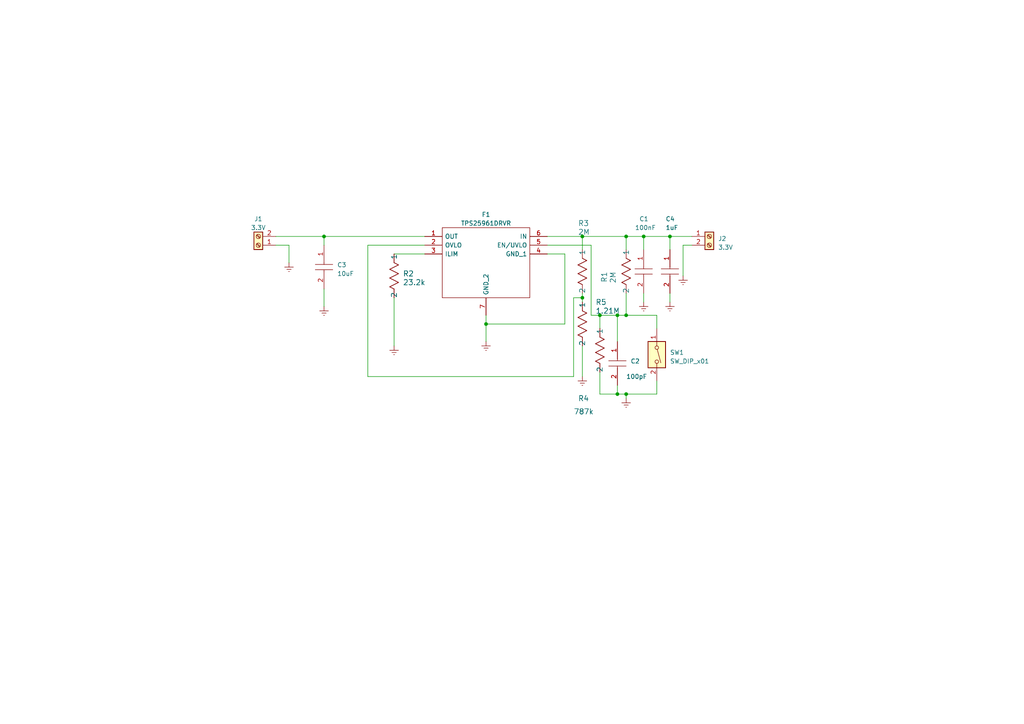
<source format=kicad_sch>
(kicad_sch (version 20221206) (generator eeschema)
  (paper "A4")
  (lib_symbols
    (symbol "0805YC106KAT2A:0805YC106KAT2A" (pin_names (offset 0.762))
      (property "Reference" "C" (at 8.89 6.35 0))
      (property "Value" "0805YC106KAT2A" (at 8.89 3.81 0))
      (symbol "0805YC106KAT2A_0_0"
        (pin passive line (at 0 0 0) (length 5.08) (name "~") (number "1"))
        (pin passive line (at 12.7 0 180) (length 5.08) (name "~") (number "2"))
      )
      (symbol "0805YC106KAT2A_0_1"
        (polyline (pts (xy 5.08 0) (xy 5.588 0)) (stroke (width 0.1524)))
        (polyline (pts (xy 5.588 2.54) (xy 5.588 -2.54)) (stroke (width 0.1524)))
        (polyline (pts (xy 7.112 0) (xy 7.62 0)) (stroke (width 0.1524)))
        (polyline (pts (xy 7.112 2.54) (xy 7.112 -2.54)) (stroke (width 0.1524)))
      )
    )
    (symbol "2023-02-18_05-38-06:RC0603FR-072ML" (pin_numbers hide) (pin_names (offset -2.54))
      (property "Reference" "R" (at 5.715 3.81 0))
      (property "Value" "RC0603FR-072ML" (at 6.35 -6.985 0))
      (symbol "RC0603FR-072ML_1_1"
        (polyline (pts (xy 2.54 0) (xy 3.175 1.27)) (stroke (width 0.2032)))
        (polyline (pts (xy 3.175 1.27) (xy 4.445 -1.27)) (stroke (width 0.2032)))
        (polyline (pts (xy 4.445 -1.27) (xy 5.715 1.27)) (stroke (width 0.2032)))
        (polyline (pts (xy 5.715 1.27) (xy 6.985 -1.27)) (stroke (width 0.2032)))
        (polyline (pts (xy 6.985 -1.27) (xy 8.255 1.27)) (stroke (width 0.2032)))
        (polyline (pts (xy 8.255 1.27) (xy 9.525 -1.27)) (stroke (width 0.2032)))
        (polyline (pts (xy 9.525 -1.27) (xy 10.16 0)) (stroke (width 0.2032)))
        (pin unspecified line (at 12.7 0 180) (length 2.54) (name "1") (number "1"))
        (pin unspecified line (at 0 0 0) (length 2.54) (name "2") (number "2"))
      )
    )
    (symbol "C0402C101K3RACAUTO:C0402C101K3RACAUTO" (pin_names (offset 0.762))
      (property "Reference" "C" (at 8.89 6.35 0))
      (property "Value" "C0402C101K3RACAUTO" (at 8.89 3.81 0))
      (symbol "C0402C101K3RACAUTO_0_0"
        (pin passive line (at 0 0 0) (length 5.08) (name "~") (number "1"))
        (pin passive line (at 12.7 0 180) (length 5.08) (name "~") (number "2"))
      )
      (symbol "C0402C101K3RACAUTO_0_1"
        (polyline (pts (xy 5.08 0) (xy 5.588 0)) (stroke (width 0.1524)))
        (polyline (pts (xy 5.588 2.54) (xy 5.588 -2.54)) (stroke (width 0.1524)))
        (polyline (pts (xy 7.112 0) (xy 7.62 0)) (stroke (width 0.1524)))
        (polyline (pts (xy 7.112 2.54) (xy 7.112 -2.54)) (stroke (width 0.1524)))
      )
    )
    (symbol "C1005X7R1C104K050BC:C1005X7R1C104K050BC" (pin_names (offset 0.762))
      (property "Reference" "C" (at 8.89 6.35 0))
      (property "Value" "C1005X7R1C104K050BC" (at 8.89 3.81 0))
      (symbol "C1005X7R1C104K050BC_0_0"
        (pin passive line (at 0 0 0) (length 5.08) (name "~") (number "1"))
        (pin passive line (at 12.7 0 180) (length 5.08) (name "~") (number "2"))
      )
      (symbol "C1005X7R1C104K050BC_0_1"
        (polyline (pts (xy 5.08 0) (xy 5.588 0)) (stroke (width 0.1524)))
        (polyline (pts (xy 5.588 2.54) (xy 5.588 -2.54)) (stroke (width 0.1524)))
        (polyline (pts (xy 7.112 0) (xy 7.62 0)) (stroke (width 0.1524)))
        (polyline (pts (xy 7.112 2.54) (xy 7.112 -2.54)) (stroke (width 0.1524)))
      )
    )
    (symbol "C2220X105K2RACAUTO:C2220X105K2RACAUTO" (pin_names (offset 0.762))
      (property "Reference" "C" (at 8.89 6.35 0))
      (property "Value" "C2220X105K2RACAUTO" (at 8.89 3.81 0))
      (symbol "C2220X105K2RACAUTO_0_0"
        (pin passive line (at 0 0 0) (length 5.08) (name "~") (number "1"))
        (pin passive line (at 12.7 0 180) (length 5.08) (name "~") (number "2"))
      )
      (symbol "C2220X105K2RACAUTO_0_1"
        (polyline (pts (xy 5.08 0) (xy 5.588 0)) (stroke (width 0.1524)))
        (polyline (pts (xy 5.588 2.54) (xy 5.588 -2.54)) (stroke (width 0.1524)))
        (polyline (pts (xy 7.112 0) (xy 7.62 0)) (stroke (width 0.1524)))
        (polyline (pts (xy 7.112 2.54) (xy 7.112 -2.54)) (stroke (width 0.1524)))
      )
    )
    (symbol "Connector:Screw_Terminal_01x02" (pin_names (offset 1.016) hide)
      (property "Reference" "J" (at 0 2.54 0))
      (property "Value" "Screw_Terminal_01x02" (at 0 -5.08 0))
      (symbol "Screw_Terminal_01x02_1_1"
        (rectangle (start -1.27 1.27) (end 1.27 -3.81) (stroke (width 0.254)) (fill (type background)))
        (circle (center 0 -2.54) (radius 0.635) (stroke (width 0.1524)))
        (polyline (pts (xy -0.5334 -2.2098) (xy 0.3302 -3.048)) (stroke (width 0.1524)))
        (polyline (pts (xy -0.5334 0.3302) (xy 0.3302 -0.508)) (stroke (width 0.1524)))
        (polyline (pts (xy -0.3556 -2.032) (xy 0.508 -2.8702)) (stroke (width 0.1524)))
        (polyline (pts (xy -0.3556 0.508) (xy 0.508 -0.3302)) (stroke (width 0.1524)))
        (circle (center 0 0) (radius 0.635) (stroke (width 0.1524)))
        (pin passive line (at -5.08 0 0) (length 3.81) (name "Pin_1") (number "1"))
        (pin passive line (at -5.08 -2.54 0) (length 3.81) (name "Pin_2") (number "2"))
      )
    )
    (symbol "Switch:SW_DIP_x01" (pin_names (offset 0) hide)
      (property "Reference" "SW" (at 0 3.81 0))
      (property "Value" "SW_DIP_x01" (at 0 -3.81 0))
      (symbol "SW_DIP_x01_0_0"
        (circle (center -2.032 0) (radius 0.508))
        (polyline (pts (xy -1.524 0.127) (xy 2.3622 1.1684)))
        (circle (center 2.032 0) (radius 0.508))
      )
      (symbol "SW_DIP_x01_0_1"
        (rectangle (start -3.81 2.54) (end 3.81 -2.54) (stroke (width 0.254)) (fill (type background)))
      )
      (symbol "SW_DIP_x01_1_1"
        (pin passive line (at -7.62 0 0) (length 5.08) (name "~") (number "1"))
        (pin passive line (at 7.62 0 180) (length 5.08) (name "~") (number "2"))
      )
    )
    (symbol "TPS25961DRVR:TPS25961DRVR" (pin_names (offset 0.762))
      (property "Reference" "F" (at 31.75 7.62 0))
      (property "Value" "TPS25961DRVR" (at 31.75 5.08 0))
      (symbol "TPS25961DRVR_0_0"
        (pin output line (at 0 0 0) (length 5.08) (name "OUT") (number "1"))
        (pin input line (at 0 -2.54 0) (length 5.08) (name "OVLO") (number "2"))
        (pin output line (at 0 -5.08 0) (length 5.08) (name "ILIM") (number "3"))
        (pin power_in line (at 35.56 -5.08 180) (length 5.08) (name "GND_1") (number "4"))
        (pin input line (at 35.56 -2.54 180) (length 5.08) (name "EN/UVLO") (number "5"))
        (pin power_in line (at 35.56 0 180) (length 5.08) (name "IN") (number "6"))
        (pin power_in line (at 17.78 -22.86 90) (length 5.08) (name "GND_2") (number "7"))
      )
      (symbol "TPS25961DRVR_0_1"
        (polyline (pts (xy 5.08 2.54) (xy 30.48 2.54) (xy 30.48 -17.78) (xy 5.08 -17.78) (xy 5.08 2.54)) (stroke (width 0.1524)))
      )
    )
    (symbol "power:Earth" (power) (pin_names (offset 0))
      (symbol "Earth_0_1"
        (polyline (pts (xy -0.635 -1.905) (xy 0.635 -1.905)))
        (polyline (pts (xy -0.127 -2.54) (xy 0.127 -2.54)))
        (polyline (pts (xy 0 -1.27) (xy 0 0)))
        (polyline (pts (xy 1.27 -1.27) (xy -1.27 -1.27)))
      )
      (symbol "Earth_1_1"
        (pin power_in line (at 0 0 270) (length 0) hide (name "Earth") (number "1"))
      )
    )
  )
  (junction (at 186.69 68.58))
  (junction (at 93.98 68.58))
  (junction (at 181.61 91.44))
  (junction (at 168.91 86.36))
  (junction (at 179.07 91.44))
  (junction (at 168.91 68.58))
  (junction (at 181.61 114.3))
  (junction (at 173.99 91.44))
  (junction (at 179.07 114.3))
  (junction (at 194.31 68.58))
  (junction (at 181.61 68.58))
  (junction (at 140.97 93.98))
  (wire (pts (xy 163.83 73.66) (xy 163.83 93.98)))
  (wire (pts (xy 106.68 71.12) (xy 106.68 109.22)))
  (wire (pts (xy 158.75 73.66) (xy 163.83 73.66)))
  (wire (pts (xy 179.07 91.44) (xy 179.07 99.06)))
  (wire (pts (xy 140.97 93.98) (xy 140.97 99.06)))
  (wire (pts (xy 186.69 68.58) (xy 194.31 68.58)))
  (wire (pts (xy 83.82 71.12) (xy 83.82 76.2)))
  (wire (pts (xy 194.31 68.58) (xy 200.66 68.58)))
  (wire (pts (xy 181.61 68.58) (xy 186.69 68.58)))
  (wire (pts (xy 181.61 85.09) (xy 181.61 91.44)))
  (wire (pts (xy 173.99 107.95) (xy 173.99 114.3)))
  (wire (pts (xy 190.5 91.44) (xy 181.61 91.44)))
  (wire (pts (xy 140.97 91.44) (xy 140.97 93.98)))
  (wire (pts (xy 173.99 114.3) (xy 179.07 114.3)))
  (wire (pts (xy 93.98 68.58) (xy 123.19 68.58)))
  (wire (pts (xy 190.5 91.44) (xy 190.5 95.25)))
  (wire (pts (xy 179.07 91.44) (xy 181.61 91.44)))
  (wire (pts (xy 168.91 68.58) (xy 168.91 72.39)))
  (wire (pts (xy 163.83 93.98) (xy 140.97 93.98)))
  (wire (pts (xy 194.31 68.58) (xy 194.31 72.39)))
  (wire (pts (xy 168.91 100.33) (xy 168.91 109.22)))
  (wire (pts (xy 171.45 71.12) (xy 171.45 91.44)))
  (wire (pts (xy 186.69 68.58) (xy 186.69 72.39)))
  (wire (pts (xy 179.07 114.3) (xy 181.61 114.3)))
  (wire (pts (xy 114.3 86.36) (xy 114.3 100.33)))
  (wire (pts (xy 114.3 73.66) (xy 123.19 73.66)))
  (wire (pts (xy 80.01 71.12) (xy 83.82 71.12)))
  (wire (pts (xy 158.75 68.58) (xy 168.91 68.58)))
  (wire (pts (xy 181.61 114.3) (xy 181.61 115.57)))
  (wire (pts (xy 200.66 71.12) (xy 198.12 71.12)))
  (wire (pts (xy 186.69 85.09) (xy 186.69 87.63)))
  (wire (pts (xy 181.61 114.3) (xy 190.5 114.3)))
  (wire (pts (xy 80.01 68.58) (xy 93.98 68.58)))
  (wire (pts (xy 166.37 86.36) (xy 168.91 86.36)))
  (wire (pts (xy 106.68 109.22) (xy 166.37 109.22)))
  (wire (pts (xy 93.98 83.82) (xy 93.98 88.9)))
  (wire (pts (xy 194.31 85.09) (xy 194.31 87.63)))
  (wire (pts (xy 123.19 71.12) (xy 106.68 71.12)))
  (wire (pts (xy 158.75 71.12) (xy 171.45 71.12)))
  (wire (pts (xy 166.37 109.22) (xy 166.37 86.36)))
  (wire (pts (xy 168.91 85.09) (xy 168.91 86.36)))
  (wire (pts (xy 198.12 71.12) (xy 198.12 80.01)))
  (wire (pts (xy 173.99 91.44) (xy 179.07 91.44)))
  (wire (pts (xy 173.99 91.44) (xy 173.99 95.25)))
  (wire (pts (xy 168.91 86.36) (xy 168.91 87.63)))
  (wire (pts (xy 171.45 91.44) (xy 173.99 91.44)))
  (wire (pts (xy 93.98 68.58) (xy 93.98 71.12)))
  (wire (pts (xy 190.5 110.49) (xy 190.5 114.3)))
  (wire (pts (xy 179.07 111.76) (xy 179.07 114.3)))
  (wire (pts (xy 168.91 68.58) (xy 181.61 68.58)))
  (wire (pts (xy 181.61 68.58) (xy 181.61 72.39)))
  (symbol (lib_id "0805YC106KAT2A:0805YC106KAT2A") (at 93.98 71.12 270) (unit 1)
    (property "Reference" "C3" (at 97.79 76.835 90) (effects (justify left)))
    (property "Value" "10uF" (at 97.79 79.375 90) (effects (justify left)))
    (property "Footprint" "fp:CAPC2012X94N" (effects hide))
    (property "Datasheet" "https://www.mouser.fr/datasheet/2/40/AVX_X7RDielectric_777024-1853642.pdf" (effects hide))
    (property "Description" "Multilayer Ceramic Capacitors MLCC - SMD/SMT 16V 10uF X7R 0805 10%" (effects hide))
    (property "Height" "0.94" (effects hide))
    (property "Mouser Part Number" "581-0805YC106KAT2A" (effects hide))
    (property "Mouser Price/Stock" "https://www.mouser.co.uk/ProductDetail/KYOCERA-AVX/0805YC106KAT2A?qs=3HJ2avRr9PKwMzeRMZhF2g%3D%3D" (effects hide))
    (property "Manufacturer_Name" "KYOCERA" (effects hide))
    (property "Manufacturer_Part_Number" "0805YC106KAT2A" (effects hide))
  )
  (symbol (lib_id "2023-02-18_05-38-06:RC0603FR-072ML") (at 181.61 85.09 90) (unit 1)
    (property "Reference" "R1" (at 175.26 78.74 0) (effects (font (size 1.524 1.524)) (justify right)))
    (property "Value" "2M" (at 177.8 78.74 0) (effects (font (size 1.524 1.524)) (justify right)))
    (property "Footprint" "fp:RC0603FR-072ML" (effects hide))
  )
  (symbol (lib_id "Connector:Screw_Terminal_01x02") (at 205.74 68.58 0) (unit 1)
    (property "Reference" "J2" (at 208.28 69.215 0) (effects (justify left)))
    (property "Value" "3.3V" (at 208.28 71.755 0) (effects (justify left)))
    (property "Footprint" "TerminalBlock:TerminalBlock_Altech_AK300-2_P5.00mm" (effects hide))
  )
  (symbol (lib_id "power:Earth") (at 168.91 109.22 0) (unit 1)
    (property "Reference" "#PWR0104" (effects hide))
    (property "Value" "Earth" (effects hide))
  )
  (symbol (lib_id "power:Earth") (at 93.98 88.9 0) (unit 1)
    (property "Reference" "#PWR0103" (effects hide))
    (property "Value" "Earth" (effects hide))
  )
  (symbol (lib_id "2023-02-18_05-38-06:RC0603FR-072ML") (at 173.99 107.95 90) (unit 1)
    (property "Reference" "R5" (at 172.72 87.63 90) (effects (font (size 1.524 1.524)) (justify right)))
    (property "Value" "1.21M" (at 172.72 90.17 90) (effects (font (size 1.524 1.524)) (justify right)))
    (property "Footprint" "fp:RC0603FR-072ML" (effects hide))
  )
  (symbol (lib_id "C0402C101K3RACAUTO:C0402C101K3RACAUTO") (at 179.07 99.06 270) (unit 1)
    (property "Reference" "C2" (at 182.88 104.775 90) (effects (justify left)))
    (property "Value" "100pF" (at 181.61 109.22 90) (effects (justify left)))
    (property "Footprint" "fp:CAPC1005X55N" (effects hide))
    (property "Datasheet" "https://content.kemet.com/datasheets/KEM_C1091_C0G_ESD.pdf" (effects hide))
    (property "Description" "Multilayer Ceramic Capacitors MLCC - SMD/SMT 100V 100pF X8R 0402 5% AEC-Q200" (effects hide))
    (property "Height" "0.55" (effects hide))
    (property "Mouser Part Number" "80-C0402C101K3RAUTO" (effects hide))
    (property "Mouser Price/Stock" "https://www.mouser.co.uk/ProductDetail/KEMET/C0402C101K3RACAUTO?qs=DuoOggApuK%2FQ6tIpLsntww%3D%3D" (effects hide))
    (property "Manufacturer_Name" "KEMET" (effects hide))
    (property "Manufacturer_Part_Number" "C0402C101K3RACAUTO" (effects hide))
  )
  (symbol (lib_id "Connector:Screw_Terminal_01x02") (at 74.93 71.12 180) (unit 1)
    (property "Reference" "J1" (at 74.93 63.5 0))
    (property "Value" "3.3V" (at 74.93 66.04 0))
    (property "Footprint" "TerminalBlock:TerminalBlock_Altech_AK300-2_P5.00mm" (effects hide))
  )
  (symbol (lib_id "power:Earth") (at 194.31 87.63 0) (unit 1)
    (property "Reference" "#PWR0108" (effects hide))
    (property "Value" "Earth" (effects hide))
  )
  (symbol (lib_id "power:Earth") (at 198.12 80.01 0) (unit 1)
    (property "Reference" "#PWR0101" (effects hide))
    (property "Value" "Earth" (effects hide))
  )
  (symbol (lib_id "power:Earth") (at 140.97 99.06 0) (unit 1)
    (property "Reference" "#PWR0106" (effects hide))
    (property "Value" "Earth" (effects hide))
  )
  (symbol (lib_id "2023-02-18_05-38-06:RC0603FR-072ML") (at 168.91 100.33 90) (unit 1)
    (property "Reference" "R4" (at 167.64 115.57 90) (effects (font (size 1.524 1.524)) (justify right)))
    (property "Value" "787k" (at 166.37 119.38 90) (effects (font (size 1.524 1.524)) (justify right)))
    (property "Footprint" "fp:RC0603FR-072ML" (effects hide))
  )
  (symbol (lib_id "2023-02-18_05-38-06:RC0603FR-072ML") (at 114.3 86.36 90) (unit 1)
    (property "Reference" "R2" (at 116.84 79.375 90) (effects (font (size 1.524 1.524)) (justify right)))
    (property "Value" "23.2k" (at 116.84 81.915 90) (effects (font (size 1.524 1.524)) (justify right)))
    (property "Footprint" "fp:RC0603FR-072ML" (effects hide))
  )
  (symbol (lib_id "C2220X105K2RACAUTO:C2220X105K2RACAUTO") (at 194.31 72.39 270) (unit 1)
    (property "Reference" "C4" (at 193.04 63.5 90) (effects (justify left)))
    (property "Value" "1uF" (at 193.04 66.04 90) (effects (justify left)))
    (property "Footprint" "fp:C2220_FT" (effects hide))
    (property "Datasheet" "https://content.kemet.com/datasheets/KEM_C1078_X7R_FT-CAP_AUTO_SMD.pdf" (effects hide))
    (property "Description" "SMD Auto X7R Flex, Ceramic, 1 uF, 10%, 200 VDC, 500 VDC, 125C, -55C, X7R, SMD, MLCC, FT-CAP, Automotive Grade, 2.5 % , 1 GOhms, 230 mg, 2220, 5.9mm, 5mm, 1.5mm, 0.7mm, 1000, 78  Weeks, 80" (effects hide))
    (property "Mouser Part Number" "80-C2220X105K2RAUTO" (effects hide))
    (property "Mouser Price/Stock" "https://www.mouser.co.uk/ProductDetail/KEMET/C2220X105K2RACAUTO?qs=1mbolxNpo8fmZ3mUaC%2FFGQ%3D%3D" (effects hide))
    (property "Manufacturer_Name" "KEMET" (effects hide))
    (property "Manufacturer_Part_Number" "C2220X105K2RACAUTO" (effects hide))
  )
  (symbol (lib_id "2023-02-18_05-38-06:RC0603FR-072ML") (at 168.91 85.09 90) (unit 1)
    (property "Reference" "R3" (at 167.64 64.77 90) (effects (font (size 1.524 1.524)) (justify right)))
    (property "Value" "2M" (at 167.64 67.31 90) (effects (font (size 1.524 1.524)) (justify right)))
    (property "Footprint" "fp:RC0603FR-072ML" (effects hide))
  )
  (symbol (lib_id "power:Earth") (at 114.3 100.33 0) (unit 1)
    (property "Reference" "#PWR0105" (effects hide))
    (property "Value" "Earth" (effects hide))
  )
  (symbol (lib_id "power:Earth") (at 83.82 76.2 0) (unit 1)
    (property "Reference" "#PWR0102" (effects hide))
    (property "Value" "Earth" (effects hide))
  )
  (symbol (lib_id "power:Earth") (at 186.69 87.63 0) (unit 1)
    (property "Reference" "#PWR0107" (effects hide))
    (property "Value" "Earth" (effects hide))
  )
  (symbol (lib_id "TPS25961DRVR:TPS25961DRVR") (at 123.19 68.58 0) (unit 1)
    (property "Reference" "F1" (at 140.97 62.23 0))
    (property "Value" "TPS25961DRVR" (at 140.97 64.77 0))
    (property "Footprint" "fp:SON65P200X200X80-7N" (effects hide))
    (property "Datasheet" "https://www.ti.com/lit/ds/symlink/tps25961.pdf" (effects hide))
    (property "Description" "Hot Swap Voltage Controllers 2.7-V to 19-V 100-mO eFuse with overvoltage, overcurrent and short-circuit protection" (effects hide))
    (property "Height" "0.8" (effects hide))
    (property "Mouser Part Number" "595-TPS25961DRVR" (effects hide))
    (property "Mouser Price/Stock" "https://www.mouser.co.uk/ProductDetail/Texas-Instruments/TPS25961DRVR?qs=rQFj71Wb1eWBtbDOIdq5wQ%3D%3D" (effects hide))
    (property "Manufacturer_Name" "Texas Instruments" (effects hide))
    (property "Manufacturer_Part_Number" "TPS25961DRVR" (effects hide))
  )
  (symbol (lib_id "power:Earth") (at 181.61 115.57 0) (unit 1)
    (property "Reference" "#PWR0109" (effects hide))
    (property "Value" "Earth" (effects hide))
  )
  (symbol (lib_id "C1005X7R1C104K050BC:C1005X7R1C104K050BC") (at 186.69 72.39 270) (unit 1)
    (property "Reference" "C1" (at 185.42 63.5 90) (effects (justify left)))
    (property "Value" "100nF" (at 184.15 66.04 90) (effects (justify left)))
    (property "Footprint" "fp:C1005_Commercial" (effects hide))
    (property "Datasheet" "https://product.tdk.com/system/files/dam/doc/product/capacitor/ceramic/mlcc/catalog/mlcc_commercial_general_en.pdf" (effects hide))
    (property "Description" "0402 X7R ceramic capacitor 16V 100nF TDK C1005 C 100nF Ceramic Multilayer Capacitor, 16 V dc, +125C, X7R Dielectric, +/-10% SMD" (effects hide))
    (property "Height" "0.55" (effects hide))
    (property "Mouser Part Number" "810-C1005X7R1C104K" (effects hide))
    (property "Mouser Price/Stock" "https://www.mouser.co.uk/ProductDetail/TDK/C1005X7R1C104K050BC?qs=NRhsANhppD%252BhAGOapA8QKQ%3D%3D" (effects hide))
    (property "Manufacturer_Name" "TDK" (effects hide))
    (property "Manufacturer_Part_Number" "C1005X7R1C104K050BC" (effects hide))
  )
  (symbol (lib_id "Switch:SW_DIP_x01") (at 190.5 102.87 270) (unit 1)
    (property "Reference" "SW1" (at 194.31 102.235 90) (effects (justify left)))
    (property "Value" "SW_DIP_x01" (at 194.31 104.775 90) (effects (justify left)))
    (property "Footprint" "Button_Switch_SMD:SW_DIP_SPSTx01_Slide_6.7x4.1mm_W6.73mm_P2.54mm_LowProfile_JPin" (effects hide))
  )
)
</source>
